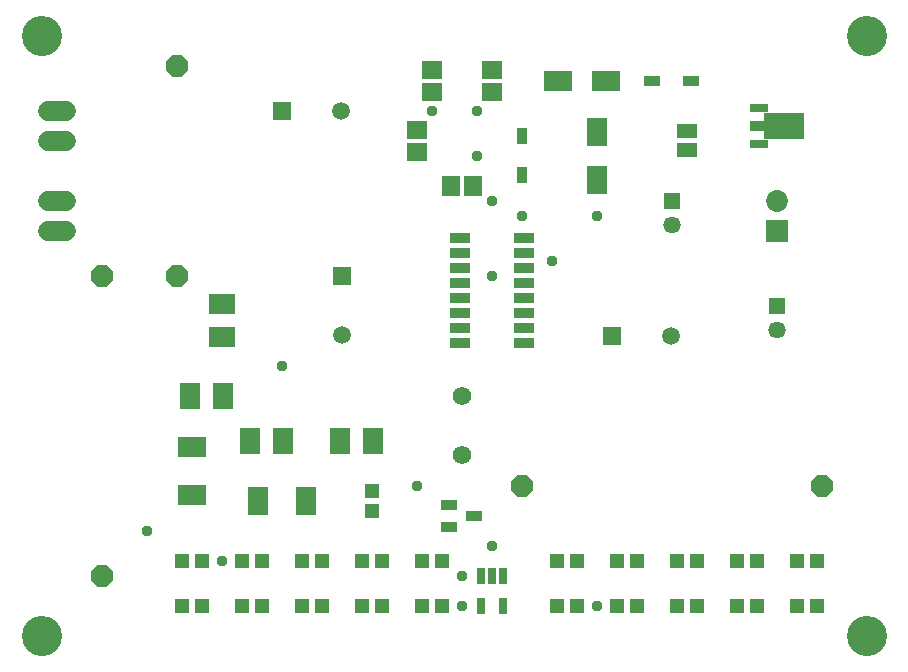
<source format=gbr>
G04 EAGLE Gerber RS-274X export*
G75*
%MOMM*%
%FSLAX34Y34*%
%LPD*%
%INSoldermask Top*%
%IPPOS*%
%AMOC8*
5,1,8,0,0,1.08239X$1,22.5*%
G01*
%ADD10C,3.403200*%
%ADD11R,2.423200X1.713200*%
%ADD12R,1.713200X2.423200*%
%ADD13R,1.511200X1.511200*%
%ADD14C,1.511200*%
%ADD15R,1.461200X1.461200*%
%ADD16C,1.461200*%
%ADD17R,1.703200X1.503200*%
%ADD18R,1.673200X1.223200*%
%ADD19R,0.803200X1.353200*%
%ADD20R,1.728200X0.853200*%
%ADD21R,1.603200X0.773200*%
%ADD22R,1.403200X0.853200*%
%ADD23R,3.353200X2.203200*%
%ADD24R,0.953200X1.453200*%
%ADD25R,1.753200X2.403200*%
%ADD26R,1.453200X0.953200*%
%ADD27R,2.403200X1.753200*%
%ADD28R,1.853200X1.853200*%
%ADD29C,1.853200*%
%ADD30C,1.561200*%
%ADD31P,1.951982X8X22.500000*%
%ADD32R,1.303200X1.203200*%
%ADD33R,1.203200X1.303200*%
%ADD34R,2.203200X1.803200*%
%ADD35R,1.803200X2.203200*%
%ADD36R,1.803200X1.503200*%
%ADD37R,1.503200X1.803200*%
%ADD38C,1.711200*%
%ADD39C,0.959600*%


D10*
X76200Y673100D03*
X76200Y165100D03*
X774700Y165100D03*
X774700Y673100D03*
D11*
X203200Y284300D03*
X203200Y325300D03*
D12*
X299900Y279400D03*
X258900Y279400D03*
D13*
X279400Y609600D03*
D14*
X329400Y609600D03*
D13*
X330200Y469900D03*
D14*
X330200Y419900D03*
D13*
X558800Y419100D03*
D14*
X608800Y419100D03*
D15*
X698500Y444500D03*
D16*
X698500Y424500D03*
D17*
X406400Y644500D03*
X406400Y625500D03*
D18*
X622300Y576200D03*
X622300Y592200D03*
D15*
X609600Y533400D03*
D16*
X609600Y513400D03*
D19*
X466700Y216200D03*
X457200Y216200D03*
X447700Y216200D03*
X447700Y190200D03*
X466700Y190200D03*
D20*
X484320Y412750D03*
X484320Y425450D03*
X484320Y438150D03*
X484320Y450850D03*
X484320Y463550D03*
X484320Y476250D03*
X484320Y488950D03*
X484320Y501650D03*
X430080Y501650D03*
X430080Y488950D03*
X430080Y476250D03*
X430080Y463550D03*
X430080Y450850D03*
X430080Y438150D03*
X430080Y425450D03*
X430080Y412750D03*
D21*
X683750Y611900D03*
D22*
X682750Y596900D03*
D21*
X683750Y581900D03*
D23*
X704500Y596900D03*
D24*
X482600Y555000D03*
X482600Y588000D03*
D25*
X546100Y592000D03*
X546100Y551000D03*
D26*
X626100Y635000D03*
X593100Y635000D03*
D27*
X512900Y635000D03*
X553900Y635000D03*
D28*
X698500Y508000D03*
D29*
X698500Y533400D03*
D30*
X431800Y367900D03*
X431800Y317900D03*
D22*
X421300Y276300D03*
X421300Y257100D03*
X442300Y266700D03*
D31*
X127000Y469900D03*
X736600Y292100D03*
X127000Y215900D03*
D32*
X355600Y287900D03*
X355600Y270900D03*
D33*
X211700Y190500D03*
X194700Y190500D03*
X262500Y190500D03*
X245500Y190500D03*
X313300Y190500D03*
X296300Y190500D03*
X364100Y190500D03*
X347100Y190500D03*
X414900Y190500D03*
X397900Y190500D03*
X414900Y228600D03*
X397900Y228600D03*
X364100Y228600D03*
X347100Y228600D03*
X313300Y228600D03*
X296300Y228600D03*
X262500Y228600D03*
X245500Y228600D03*
D34*
X228600Y417800D03*
X228600Y445800D03*
D33*
X211700Y228600D03*
X194700Y228600D03*
X529200Y228600D03*
X512200Y228600D03*
X580000Y228600D03*
X563000Y228600D03*
X630800Y228600D03*
X613800Y228600D03*
X681600Y228600D03*
X664600Y228600D03*
X732400Y228600D03*
X715400Y228600D03*
X732400Y190500D03*
X715400Y190500D03*
X681600Y190500D03*
X664600Y190500D03*
X630800Y190500D03*
X613800Y190500D03*
X580000Y190500D03*
X563000Y190500D03*
D35*
X229900Y368300D03*
X201900Y368300D03*
D33*
X529200Y190500D03*
X512200Y190500D03*
D35*
X280700Y330200D03*
X252700Y330200D03*
X356900Y330200D03*
X328900Y330200D03*
D36*
X457200Y644500D03*
X457200Y625500D03*
D37*
X441300Y546100D03*
X422300Y546100D03*
D36*
X393700Y593700D03*
X393700Y574700D03*
D31*
X482600Y292100D03*
X190500Y469900D03*
X190500Y647700D03*
D38*
X96440Y508000D02*
X81360Y508000D01*
X81360Y533400D02*
X96440Y533400D01*
X96440Y584200D02*
X81360Y584200D01*
X81360Y609600D02*
X96440Y609600D01*
D39*
X165100Y254000D03*
X279400Y393700D03*
X482600Y520700D03*
X406400Y609600D03*
X508000Y482600D03*
X546100Y520700D03*
X444500Y609600D03*
X444500Y571500D03*
X457200Y533400D03*
X457200Y469900D03*
X228600Y228600D03*
X431800Y190500D03*
X431800Y215900D03*
X546100Y190500D03*
X457200Y241300D03*
X393700Y292100D03*
M02*

</source>
